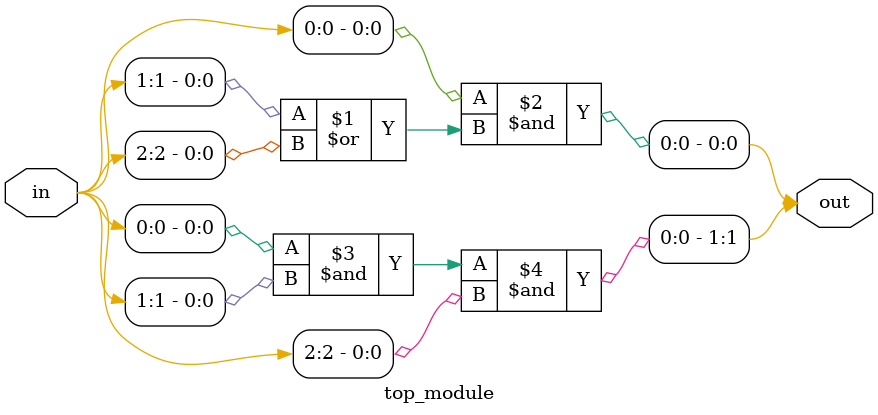
<source format=sv>
module top_module (
	input [2:0] in,
	output [1:0] out
);
	assign out[0] = in[0] & (in[1] | in[2]);
	assign out[1] = in[0] & in[1] & in[2];
endmodule

</source>
